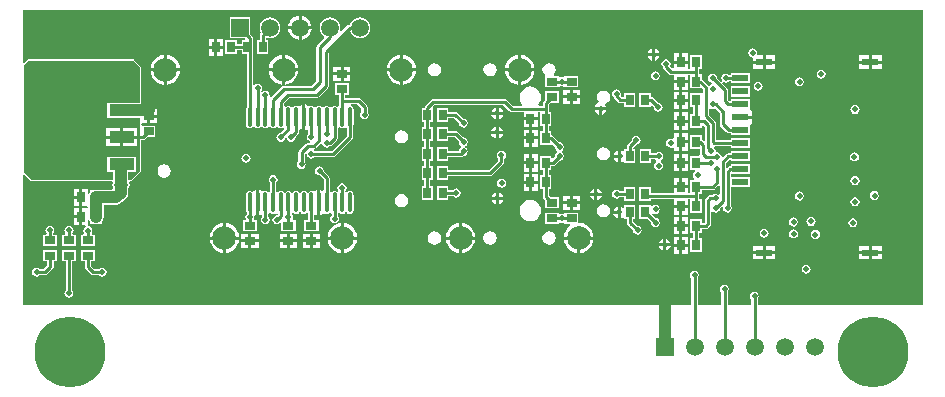
<source format=gbl>
%FSTAX23Y23*%
%MOIN*%
%SFA1B1*%

%IPPOS*%
%ADD10C,0.009840*%
%ADD16R,0.027560X0.037400*%
%ADD21R,0.037400X0.027560*%
%ADD37C,0.039370*%
%ADD39C,0.078740*%
%ADD40R,0.059060X0.059060*%
%ADD41C,0.059060*%
%ADD42C,0.236220*%
%ADD43C,0.019680*%
%ADD44C,0.047240*%
%ADD45C,0.027560*%
%ADD46R,0.084650X0.127950*%
%ADD47R,0.084650X0.039370*%
%ADD48O,0.015750X0.064960*%
%ADD49R,0.055120X0.024410*%
%ADD50R,0.132000X0.186320*%
%ADD51R,0.233980X0.284000*%
%ADD52R,0.120000X0.262670*%
%ADD53R,0.042560X0.278980*%
%ADD54R,0.340000X0.134510*%
%LNboard-1*%
%LPD*%
G36*
X02575Y0512D02*
Y05D01*
X02515*
X02512Y05*
X02467*
Y0495*
X02512*
X02515Y0495*
X02575*
Y04772*
X02545Y04742*
X02538*
Y04769*
X02562*
Y04819*
X02517*
X02515Y04819*
X02512Y04819*
X02467*
Y04769*
X02488*
Y04742*
X02217*
X0219Y0477*
Y04857*
X02194Y0486*
X02195Y04859*
X02199Y04858*
Y04881*
Y04905*
X02195Y04904*
X02194Y04903*
X0219Y04905*
Y05015*
X02194Y05017*
X02195Y05016*
X02199Y05016*
Y05039*
Y05062*
X02195Y05061*
X02194Y05061*
X0219Y05063*
Y05125*
X02205Y0514*
X02225*
X02226Y05137*
X02226Y05135*
X02221Y05127*
X0222Y05123*
X02267*
X02266Y05127*
X02261Y05135*
X02261Y05137*
X02262Y0514*
X02304*
X02304Y05137*
X02305Y05135*
X023Y05127*
X02299Y05123*
X02346*
X02345Y05127*
X0234Y05135*
X0234Y05137*
X02341Y0514*
X02382*
X02383Y05137*
X02384Y05135*
X02379Y05127*
X02378Y05123*
X02424*
X02423Y05127*
X02418Y05135*
X02419Y05137*
X0242Y0514*
X02461*
X02462Y05137*
X02463Y05135*
X02457Y05127*
X02457Y05123*
X02503*
X02502Y05127*
X02497Y05135*
X02498Y05137*
X02498Y0514*
X02555*
X02575Y0512*
G37*
G36*
X05185Y04325D02*
X04635D01*
Y04342*
X04635Y04343*
X04638Y04348*
X0464Y04354*
X04638Y04359*
X04635Y04364*
X0463Y04367*
X04625Y04369*
X04619Y04367*
X04614Y04364*
X04611Y04359*
X04609Y04354*
X04611Y04348*
X04614Y04343*
X04614Y04342*
Y04325*
X04535*
Y04367*
X04535Y04368*
X04538Y04373*
X0454Y04379*
X04538Y04384*
X04535Y04389*
X0453Y04392*
X04525Y04394*
X04519Y04392*
X04514Y04389*
X04511Y04384*
X04509Y04379*
X04511Y04373*
X04514Y04368*
X04514Y04367*
Y04325*
X04435*
Y04415*
X04435Y04415*
X04438Y0442*
X0444Y04426*
X04438Y04431*
X04435Y04436*
X0443Y0444*
X04425Y04441*
X04419Y0444*
X04414Y04436*
X04411Y04431*
X04409Y04426*
X04411Y0442*
X04414Y04415*
X04414Y04415*
Y04325*
X02185*
Y0476*
X0219Y04762*
X02213Y04739*
X02217Y04737*
X02482*
X02485Y04733*
X02485Y04732*
X02484Y04725*
X02485Y04717*
X02486Y04715*
X02483Y0471*
X0243*
X02423Y04708*
X02411*
Y04701*
X02408Y04695*
X02403Y04697*
Y04713*
X02384*
Y04685*
Y04656*
X02401*
X02403Y04652*
X02401Y04649*
X02384*
Y0462*
Y04591*
X02394*
X02395Y04586*
X02392Y04584*
X02389Y04579*
X02387Y04573*
X02389Y04568*
X0239Y04565*
X02388Y0456*
X02379*
Y04522*
X02426*
Y0456*
X02417*
X02415Y04565*
X02416Y04568*
X02418Y04573*
X02416Y04579*
X02413Y04584*
X02408Y04587*
X02406Y04588*
X02403Y04591*
Y04593*
Y04608*
X02408Y04609*
X02411Y04604*
Y04596*
X02423*
X0243Y04595*
X02437Y04596*
X02449*
Y04604*
X02453Y0461*
X02455Y0462*
Y04659*
X02498*
X02507Y04661*
X02516Y04667*
X02531Y04682*
X02536Y0469*
X02538Y047*
Y0471*
X02541Y04717*
X02542Y04725*
X02541Y04732*
X0254Y04733*
X02543Y04737*
X02545*
X02548Y04739*
X02578Y04769*
X0258Y04772*
Y04874*
X02585*
X02589Y04875*
X02592Y04877*
X026Y04885*
X02628*
Y04923*
X02583*
X02581Y04928*
X02583Y04931*
X026*
Y04955*
Y04979*
X02576*
Y04956*
X02575Y04955*
X02567*
Y0497*
X02515*
Y0498*
X02567*
Y04995*
X02575*
X02578Y04996*
X0258Y05*
Y0512*
X02578Y05123*
X02558Y05143*
X02555Y05145*
X02215*
X02205*
X02201Y05143*
X0219Y05132*
X02185Y05134*
Y0531*
X05185*
Y04325*
G37*
%LNboard-2*%
%LPC*%
G36*
X02503Y05113D02*
X02485D01*
Y05094*
X02489Y05095*
X02497Y051*
X02502Y05108*
X02503Y05113*
G37*
G36*
X02475D02*
X02457D01*
X02457Y05108*
X02463Y051*
X02471Y05095*
X02475Y05094*
Y05113*
G37*
G36*
X02424D02*
X02406D01*
Y05094*
X0241Y05095*
X02418Y051*
X02423Y05108*
X02424Y05113*
G37*
G36*
X02396D02*
X02378D01*
X02379Y05108*
X02384Y051*
X02392Y05095*
X02396Y05094*
Y05113*
G37*
G36*
X02346D02*
X02327D01*
Y05094*
X02332Y05095*
X02339Y051*
X02345Y05108*
X02346Y05113*
G37*
G36*
X02317D02*
X02299D01*
X023Y05108*
X02305Y051*
X02313Y05095*
X02317Y05094*
Y05113*
G37*
G36*
X02267D02*
X02249D01*
Y05094*
X02253Y05095*
X02261Y051*
X02266Y05108*
X02267Y05113*
G37*
G36*
X02239D02*
X0222D01*
X02221Y05108*
X02226Y051*
X02234Y05095*
X02239Y05094*
Y05113*
G37*
G36*
X02524Y05062D02*
Y05044D01*
X02542*
X02542Y05048*
X02536Y05056*
X02528Y05061*
X02524Y05062*
G37*
G36*
X02514D02*
X0251Y05061D01*
X02502Y05056*
X02497Y05048*
X02496Y05044*
X02514*
Y05062*
G37*
G36*
X02445D02*
Y05044D01*
X02464*
X02463Y05048*
X02458Y05056*
X0245Y05061*
X02445Y05062*
G37*
G36*
X02435D02*
X02431Y05061D01*
X02423Y05056*
X02418Y05048*
X02417Y05044*
X02435*
Y05062*
G37*
G36*
X02367D02*
Y05044D01*
X02385*
X02384Y05048*
X02379Y05056*
X02371Y05061*
X02367Y05062*
G37*
G36*
X02357D02*
X02352Y05061D01*
X02345Y05056*
X02339Y05048*
X02338Y05044*
X02357*
Y05062*
G37*
G36*
X02288D02*
Y05044D01*
X02306*
X02305Y05048*
X023Y05056*
X02292Y05061*
X02288Y05062*
G37*
G36*
X02278D02*
X02274Y05061D01*
X02266Y05056*
X02261Y05048*
X0226Y05044*
X02278*
Y05062*
G37*
G36*
X02209D02*
Y05044D01*
X02227*
X02227Y05048*
X02221Y05056*
X02214Y05061*
X02209Y05062*
G37*
G36*
X02542Y05034D02*
X02524D01*
Y05016*
X02528Y05016*
X02536Y05022*
X02542Y0503*
X02542Y05034*
G37*
G36*
X02514D02*
X02496D01*
X02497Y0503*
X02502Y05022*
X0251Y05016*
X02514Y05016*
Y05034*
G37*
G36*
X02464D02*
X02445D01*
Y05016*
X0245Y05016*
X02458Y05022*
X02463Y0503*
X02464Y05034*
G37*
G36*
X02435D02*
X02417D01*
X02418Y0503*
X02423Y05022*
X02431Y05016*
X02435Y05016*
Y05034*
G37*
G36*
X02385D02*
X02367D01*
Y05016*
X02371Y05016*
X02379Y05022*
X02384Y0503*
X02385Y05034*
G37*
G36*
X02357D02*
X02338D01*
X02339Y0503*
X02345Y05022*
X02352Y05016*
X02357Y05016*
Y05034*
G37*
G36*
X02306D02*
X02288D01*
Y05016*
X02292Y05016*
X023Y05022*
X02305Y0503*
X02306Y05034*
G37*
G36*
X02278D02*
X0226D01*
X02261Y0503*
X02266Y05022*
X02274Y05016*
X02278Y05016*
Y05034*
G37*
G36*
X02227D02*
X02209D01*
Y05016*
X02214Y05016*
X02221Y05022*
X02227Y0503*
X02227Y05034*
G37*
G36*
X02406Y04983D02*
Y04965D01*
X02424*
X02423Y04969*
X02418Y04977*
X0241Y04983*
X02406Y04983*
G37*
G36*
X02396D02*
X02392Y04983D01*
X02384Y04977*
X02379Y04969*
X02378Y04965*
X02396*
Y04983*
G37*
G36*
X02424Y04955D02*
X02406D01*
Y04937*
X0241Y04938*
X02418Y04943*
X02423Y04951*
X02424Y04955*
G37*
G36*
X02396D02*
X02378D01*
X02379Y04951*
X02384Y04943*
X02392Y04938*
X02396Y04937*
Y04955*
G37*
G36*
X02567Y04914D02*
X0252D01*
Y0489*
X02567*
Y04914*
G37*
G36*
X0251D02*
X02462D01*
Y0489*
X0251*
Y04914*
G37*
G36*
X02337Y04958D02*
X02289D01*
Y0489*
X02337*
Y04958*
G37*
G36*
X02279D02*
X02232D01*
Y04889*
X02227Y04888*
X02227Y04891*
X02221Y04899*
X02214Y04904*
X02209Y04905*
Y04881*
Y04858*
X02214Y04859*
X02221Y04864*
X02227Y04872*
X02227Y04874*
X02232Y04874*
Y04811*
X02279*
Y04885*
Y04958*
G37*
G36*
X02567Y0488D02*
X0252D01*
Y04855*
X02567*
Y0488*
G37*
G36*
X0251D02*
X02462D01*
Y04855*
X0251*
Y0488*
G37*
G36*
X02337D02*
X02289D01*
Y04811*
X02337*
Y0488*
G37*
G36*
X02406Y04826D02*
Y04808D01*
X02424*
X02423Y04812*
X02418Y0482*
X0241Y04825*
X02406Y04826*
G37*
G36*
X02396D02*
X02392Y04825D01*
X02384Y0482*
X02379Y04812*
X02378Y04808*
X02396*
Y04826*
G37*
G36*
X02424Y04798D02*
X02406D01*
Y04779*
X0241Y0478*
X02418Y04786*
X02423Y04793*
X02424Y04798*
G37*
G36*
X02396D02*
X02378D01*
X02379Y04793*
X02384Y04786*
X02392Y0478*
X02396Y04779*
Y04798*
G37*
G36*
X03115Y05289D02*
Y05255D01*
X03149*
X03148Y0526*
X03144Y05269*
X03138Y05278*
X03129Y05284*
X0312Y05288*
X03115Y05289*
G37*
G36*
X03105D02*
X03099Y05288D01*
X0309Y05284*
X03081Y05278*
X03075Y05269*
X03071Y0526*
X0307Y05255*
X03105*
Y05289*
G37*
G36*
X0331Y05284D02*
X033Y05283D01*
X03292Y0528*
X03285Y05274*
X03279Y05267*
X03276Y0526*
X03275*
X03271Y05259*
X03267Y05257*
X03247Y05236*
X03242Y05239*
X03243Y0524*
X03244Y0525*
X03243Y05259*
X0324Y05267*
X03234Y05274*
X03227Y0528*
X03219Y05283*
X0321Y05284*
X032Y05283*
X03192Y0528*
X03185Y05274*
X03179Y05267*
X03176Y05259*
X03175Y0525*
X03176Y0524*
X03179Y05232*
X03185Y05225*
X0319Y05221*
X03191Y05215*
X03167Y05192*
X03165Y05188*
X03164Y05185*
Y05071*
X03148Y05055*
X03055*
X03051Y05054*
X03047Y05052*
X03016Y0502*
X03012Y05017*
X03012Y05017*
X03009Y05021*
X03009Y05025*
X03008Y0503*
X03005Y05035*
X03Y05038*
X02994Y0504*
X02989Y05038*
X02984Y05035*
X02981Y0504*
X02983Y05042*
X02984Y05048*
X02983Y05054*
X02979Y05059*
X02975Y05062*
X02969Y05063*
X02963Y05062*
X02958Y05059*
X02957Y05059*
X02953Y05061*
Y05216*
X02953Y0522*
X0295Y05223*
X02944Y05229*
Y05284*
X02875*
Y05215*
X02927*
X02928Y05213*
X02926Y05208*
X02915*
Y05195*
X02899*
Y05208*
X02861*
Y05161*
X02899*
Y05174*
X02915*
Y05161*
X02933*
Y04985*
X02931Y04982*
X0293Y04977*
Y04928*
X02931Y04923*
X02934Y04918*
X02938Y04915*
X02943Y04914*
X02948Y04915*
X02952Y04918*
X02953Y04919*
X02959*
X02959Y04918*
X02964Y04915*
X02969Y04914*
X02974Y04915*
X02978Y04918*
X02979Y04919*
X02985*
X02985Y04918*
X02989Y04915*
X02994Y04914*
X02999Y04915*
X03004Y04918*
X03004Y04919*
X0301*
X03011Y04918*
X03015Y04915*
X0302Y04914*
X03025Y04915*
X03029Y04918*
X0303Y04919*
X03036*
X03036Y04918*
X03041Y04915*
X03046Y04914*
X03051Y04915*
X03055Y04918*
X03058Y04917*
X03058Y04912*
X03046Y04899*
X03046Y04899*
X0304Y04898*
X03035Y04895*
X03032Y0489*
X0303Y04884*
X03032Y04879*
X03035Y04874*
X0304Y0487*
X03046Y04869*
X03051Y0487*
X03056Y04874*
X0306Y04879*
X0306Y04881*
X03065*
X03066Y04879*
X03069Y04874*
X03074Y0487*
X0308Y04869*
X03085Y0487*
X0309Y04874*
X03093Y04879*
X03095Y04884*
X03095Y04885*
X03104Y04894*
X03106Y04898*
X03107Y04902*
Y0491*
X03112Y04913*
X03115Y04911*
X03117Y0491*
Y04952*
Y04994*
X03115Y04994*
X03109Y0499*
X03109Y0499*
X03103Y04988*
X03102Y04989*
X03097Y0499*
X03092Y04989*
X03087Y04986*
X03087Y04985*
X03081*
X0308Y04986*
X03076Y04989*
X03071Y0499*
X03066Y04989*
X03062Y04986*
X03057Y04988*
X03056Y04989*
Y04997*
X03073Y05014*
X03165*
X03168Y05015*
X03172Y05017*
X03202Y05047*
X03204Y05051*
X03205Y05055*
Y05165*
X03274Y05235*
X03279Y05234*
X03279Y05232*
X03285Y05225*
X03292Y05219*
X033Y05216*
X0331Y05215*
X03319Y05216*
X03327Y05219*
X03334Y05225*
X0334Y05232*
X03343Y0524*
X03344Y0525*
X03343Y05259*
X0334Y05267*
X03334Y05274*
X03327Y0528*
X03319Y05283*
X0331Y05284*
G37*
G36*
X0301D02*
X03Y05283D01*
X02992Y0528*
X02985Y05274*
X02979Y05267*
X02976Y05259*
X02975Y0525*
X02976Y0524*
X02979Y05233*
X02978Y05232*
X02976Y05229*
X02975Y05225*
Y05208*
X02966*
Y05161*
X03004*
Y05208*
X02995*
Y05214*
X02999Y05216*
X03Y05216*
X0301Y05215*
X03019Y05216*
X03027Y05219*
X03034Y05225*
X0304Y05232*
X03043Y0524*
X03044Y0525*
X03043Y05259*
X0304Y05267*
X03034Y05274*
X03027Y0528*
X03019Y05283*
X0301Y05284*
G37*
G36*
X03149Y05245D02*
X03115D01*
Y0521*
X0312Y05211*
X03129Y05215*
X03138Y05221*
X03144Y0523*
X03148Y05239*
X03149Y05245*
G37*
G36*
X03105D02*
X0307D01*
X03071Y05239*
X03075Y0523*
X03081Y05221*
X0309Y05215*
X03099Y05211*
X03105Y0521*
Y05245*
G37*
G36*
X02853Y05213D02*
X02834D01*
Y0519*
X02853*
Y05213*
G37*
G36*
X02824D02*
X02805D01*
Y0519*
X02824*
Y05213*
G37*
G36*
X04294Y05179D02*
Y05165D01*
X04308*
X04307Y05167*
X04303Y05174*
X04296Y05178*
X04294Y05179*
G37*
G36*
X04284D02*
X04281Y05178D01*
X04274Y05174*
X0427Y05167*
X04269Y05165*
X04284*
Y05179*
G37*
G36*
X02853Y0518D02*
X02834D01*
Y05156*
X02853*
Y0518*
G37*
G36*
X02824D02*
X02805D01*
Y05156*
X02824*
Y0518*
G37*
G36*
X04403Y05164D02*
X04384D01*
Y0514*
X04403*
Y05164*
G37*
G36*
X04374D02*
X04355D01*
Y0514*
X04374*
Y05164*
G37*
G36*
X04694Y05157D02*
X04662D01*
Y0514*
X04694*
Y05157*
G37*
G36*
X04619Y05181D02*
X04613Y05179D01*
X04608Y05176*
X04605Y05171*
X04604Y05166*
X04605Y0516*
X04608Y05155*
X04613Y05152*
X04619Y0515*
X04619Y0515*
Y0514*
X04652*
Y05157*
X04637*
X04633Y05162*
X04634Y05166*
X04633Y05171*
X04629Y05176*
X04624Y05179*
X04619Y05181*
G37*
G36*
X05049Y05157D02*
X05016D01*
Y0514*
X05049*
Y05157*
G37*
G36*
X05006D02*
X04973D01*
Y0514*
X05006*
Y05157*
G37*
G36*
X04308Y05155D02*
X04294D01*
Y0514*
X04296Y05141*
X04303Y05145*
X04307Y05152*
X04308Y05155*
G37*
G36*
X04284D02*
X04269D01*
X0427Y05152*
X04274Y05145*
X04281Y05141*
X04284Y0514*
Y05155*
G37*
G36*
X03847Y05159D02*
Y05115D01*
X03891*
X0389Y05122*
X03885Y05134*
X03877Y05145*
X03867Y05153*
X03855Y05158*
X03847Y05159*
G37*
G36*
X03837D02*
X03829Y05158D01*
X03817Y05153*
X03807Y05145*
X03799Y05134*
X03794Y05122*
X03793Y05115*
X03837*
Y05159*
G37*
G36*
X03453D02*
Y05115D01*
X03497*
X03496Y05122*
X03491Y05134*
X03483Y05145*
X03473Y05153*
X03461Y05158*
X03453Y05159*
G37*
G36*
X03443D02*
X03435Y05158D01*
X03423Y05153*
X03413Y05145*
X03405Y05134*
X034Y05122*
X03399Y05115*
X03443*
Y05159*
G37*
G36*
X0306D02*
Y05115D01*
X03104*
X03103Y05122*
X03098Y05134*
X0309Y05145*
X03079Y05153*
X03067Y05158*
X0306Y05159*
G37*
G36*
X0305D02*
X03042Y05158D01*
X0303Y05153*
X03019Y05145*
X03011Y05134*
X03006Y05122*
X03005Y05115*
X0305*
Y05159*
G37*
G36*
X02666D02*
Y05115D01*
X0271*
X02709Y05122*
X02704Y05134*
X02696Y05145*
X02686Y05153*
X02674Y05158*
X02666Y05159*
G37*
G36*
X02656D02*
X02648Y05158D01*
X02636Y05153*
X02626Y05145*
X02618Y05134*
X02613Y05122*
X02612Y05115*
X02656*
Y05159*
G37*
G36*
X05049Y0513D02*
X05016D01*
Y05113*
X05049*
Y0513*
G37*
G36*
X05006D02*
X04973D01*
Y05113*
X05006*
Y0513*
G37*
G36*
X04694D02*
X04662D01*
Y05113*
X04694*
Y0513*
G37*
G36*
X04652D02*
X04619D01*
Y05113*
X04652*
Y0513*
G37*
G36*
X04449Y05159D02*
X04411D01*
Y05113*
X04403*
Y0513*
X04379*
X04355*
Y05114*
X0435Y05113*
X04342Y05121*
X04343Y05124*
X04345Y0513*
X04343Y05135*
X0434Y0514*
X04335Y05143*
X0433Y05145*
X04324Y05143*
X04319Y0514*
X04316Y05135*
X04314Y0513*
X04316Y05124*
X04319Y05119*
X0432Y05118*
X0432Y05116*
X04322Y05112*
X04339Y05096*
X04342Y05093*
X04346Y05093*
X04355*
Y05075*
X04379*
Y0507*
Y05075*
X04403*
Y05093*
X04411*
Y05047*
X04449*
X04452Y05043*
Y05035*
X04449Y05031*
X04411*
Y04984*
X0442*
Y04962*
X04411*
Y04914*
X04449*
Y04924*
X04454Y04926*
X04459Y0492*
Y04875*
X04455Y04873*
X04452Y04876*
X04449Y04878*
Y04892*
X04411*
Y04845*
X04444*
Y04829*
X04444Y04828*
X0444Y04823*
X04411*
Y04776*
X04425*
X04427Y04771*
X04424Y04769*
X04421Y04764*
X04419Y04758*
X04421Y04752*
X04423Y04748*
X04422Y04745*
X04421Y04743*
X04411*
Y04697*
X04403*
Y04715*
X04379*
X04355*
Y04697*
X04279*
Y04718*
X04241*
Y04671*
X04279*
Y04677*
X04355*
Y0466*
X04379*
X04403*
Y04677*
X04411*
Y04631*
X04449*
Y04678*
X0444*
Y04696*
X04449*
Y04709*
X04485*
X04489Y0471*
X04492Y04712*
X04504Y04725*
X04509Y04723*
Y04695*
X04507Y04694*
X04504Y04693*
X045Y04695*
X04495Y04696*
X04489Y04695*
X04484Y04692*
X04483Y04691*
X04478*
X04474Y04691*
X0447Y04689*
X04462Y0468*
X0446Y04677*
X04459Y04673*
Y04601*
X04458Y046*
X04449*
Y04613*
X04411*
Y04566*
X0442*
Y04548*
X04411*
Y04501*
X04449*
Y04548*
X0444*
Y04566*
X04449*
Y04579*
X04462*
X04466Y0458*
X0447Y04582*
X04477Y04589*
X04479Y04593*
X0448Y04597*
Y04635*
X04482Y04636*
X04485Y04637*
X04489Y04634*
X04495Y04633*
X045Y04634*
X04505Y04637*
X04509Y04642*
X0451Y04648*
X0451Y04649*
X04516Y04655*
X0452Y04652*
X04519Y04648*
X04521Y04642*
X04524Y04637*
X04529Y04634*
X04535Y04633*
X0454Y04634*
X04545Y04637*
X04548Y04642*
X0455Y04648*
X04548Y04654*
X04546Y04657*
Y04717*
X04611*
Y04752*
X04546*
Y04761*
X04611*
Y04795*
X04545*
Y04788*
X04544*
X0454Y04787*
X04537Y04785*
X04534Y04782*
X0453Y04784*
Y04799*
X0454Y0481*
X04545Y04808*
Y04804*
X04611*
Y04838*
X04545*
Y04831*
X04537*
X04534Y0483*
X0453Y04828*
X04519Y04817*
X04516Y04819*
X04515Y0482*
X04513Y04825*
X0451Y0483*
X04505Y04833*
X045Y04834*
X04499Y04834*
X04495Y04838*
X04495Y04839*
X04493Y04845*
X0449Y04849*
X04491Y04851*
X04492Y04854*
X04545*
Y04847*
X04611*
Y04882*
X04545*
Y04875*
X04495*
Y04933*
X04494Y04937*
X04492Y0494*
X04472Y0496*
Y04979*
X04477Y04981*
X04479Y0498*
X04485Y04979*
X0449Y0498*
X04493Y04982*
X04509Y04965*
Y04927*
X0451Y04923*
X04512Y0492*
X04531Y04901*
X04535Y04898*
X04539Y04898*
X04545*
Y04891*
X04611*
Y04924*
Y04925*
X04613Y04929*
X04616*
Y04946*
X04578*
Y04956*
X04616*
Y04973*
X04613*
X04611Y04977*
Y04978*
Y05012*
X04545*
Y05004*
X0454*
X04536Y05009*
Y05042*
X04535Y05046*
X04533Y05049*
X04517Y05065*
X0452Y05069*
X04523Y05067*
X04529Y05066*
X04535Y05067*
X04539Y0507*
X0454Y05071*
X04545*
Y05064*
X04611*
Y05098*
X04545*
Y05091*
X0454*
X04539Y05092*
X04535Y05095*
X04529Y05096*
X04523Y05095*
X04518Y05092*
X04515Y05087*
X04514Y05081*
X04515Y05075*
X04517Y05073*
X04513Y05069*
X045Y05082*
X04499Y05087*
X04496Y05092*
X04491Y05095*
X04485Y05096*
X04479Y05095*
X04474Y05092*
X04471Y05087*
X0447Y05081*
X04471Y05075*
X04474Y0507*
X04479Y05067*
X04483Y05066*
X04484Y05065*
X04481Y0506*
X04481Y0506*
X04479Y0506*
X04476Y05057*
X04474Y05056*
X0447Y05058*
X04469Y05059*
X04451Y05077*
X04449Y05079*
Y05094*
X0444*
Y05112*
X04449*
Y05159*
G37*
G36*
X03278Y0512D02*
X03255D01*
Y05101*
X03278*
Y0512*
G37*
G36*
X03245D02*
X03221D01*
Y05101*
X03245*
Y0512*
G37*
G36*
X03743Y05132D02*
X03735Y0513D01*
X03728Y05125*
X03723Y05118*
X03721Y0511*
X03723Y05101*
X03728Y05094*
X03735Y05089*
X03743Y05087*
X03752Y05089*
X03759Y05094*
X03764Y05101*
X03766Y0511*
X03764Y05118*
X03759Y05125*
X03752Y0513*
X03743Y05132*
G37*
G36*
X03558D02*
X0355Y0513D01*
X03543Y05125*
X03538Y05118*
X03536Y0511*
X03538Y05101*
X03543Y05094*
X0355Y05089*
X03558Y05087*
X03567Y05089*
X03574Y05094*
X03579Y05101*
X03581Y0511*
X03579Y05118*
X03574Y05125*
X03567Y0513*
X03558Y05132*
G37*
G36*
X04847Y0511D02*
X04841Y05109D01*
X04836Y05106*
X04833Y05101*
X04832Y05095*
X04833Y05089*
X04836Y05084*
X04841Y05081*
X04847Y0508*
X04853Y05081*
X04858Y05084*
X04861Y05089*
X04862Y05095*
X04861Y05101*
X04858Y05106*
X04853Y05109*
X04847Y0511*
G37*
G36*
X04295Y05105D02*
X04289Y05103D01*
X04284Y051*
X04281Y05095*
X04279Y0509*
X04281Y05084*
X04284Y05079*
X04289Y05076*
X04295Y05074*
X043Y05076*
X04305Y05079*
X04308Y05084*
X0431Y0509*
X04308Y05095*
X04305Y051*
X043Y05103*
X04295Y05105*
G37*
G36*
X03278Y05091D02*
X03255D01*
Y05073*
X03278*
Y05091*
G37*
G36*
X03245D02*
X03221D01*
Y05073*
X03245*
Y05091*
G37*
G36*
X03891Y05105D02*
X03847D01*
Y0506*
X03855Y05061*
X03867Y05066*
X03877Y05074*
X03885Y05085*
X0389Y05097*
X03891Y05105*
G37*
G36*
X03837D02*
X03793D01*
X03794Y05097*
X03799Y05085*
X03807Y05074*
X03817Y05066*
X03829Y05061*
X03837Y0506*
Y05105*
G37*
G36*
X03497D02*
X03453D01*
Y0506*
X03461Y05061*
X03473Y05066*
X03483Y05074*
X03491Y05085*
X03496Y05097*
X03497Y05105*
G37*
G36*
X03443D02*
X03399D01*
X034Y05097*
X03405Y05085*
X03413Y05074*
X03423Y05066*
X03435Y05061*
X03443Y0506*
Y05105*
G37*
G36*
X03104D02*
X0306D01*
Y0506*
X03067Y05061*
X03079Y05066*
X0309Y05074*
X03098Y05085*
X03103Y05097*
X03104Y05105*
G37*
G36*
X0305D02*
X03005D01*
X03006Y05097*
X03011Y05085*
X03019Y05074*
X0303Y05066*
X03042Y05061*
X0305Y0506*
Y05105*
G37*
G36*
X0271D02*
X02666D01*
Y0506*
X02674Y05061*
X02686Y05066*
X02696Y05074*
X02704Y05085*
X02709Y05097*
X0271Y05105*
G37*
G36*
X02656D02*
X02612D01*
X02613Y05097*
X02618Y05085*
X02626Y05074*
X02636Y05066*
X02648Y05061*
X02656Y0506*
Y05105*
G37*
G36*
X04775Y05085D02*
X04769Y05083D01*
X04764Y0508*
X04761Y05075*
X04759Y0507*
X04761Y05064*
X04764Y05059*
X04769Y05056*
X04775Y05054*
X0478Y05056*
X04785Y05059*
X04788Y05064*
X0479Y0507*
X04788Y05075*
X04785Y0508*
X0478Y05083*
X04775Y05085*
G37*
G36*
X0394Y05132D02*
X03932Y0513D01*
X03925Y05125*
X0392Y05118*
X03918Y0511*
X0392Y05101*
X03925Y05094*
X03925Y05094*
X03926Y05089*
Y05051*
X03973*
Y05053*
X03978Y05056*
X03983Y05055*
X03986Y05056*
X03991Y05052*
Y05051*
X04038*
Y05089*
X03991*
Y05088*
X03986Y05085*
X03983Y05085*
X03978Y05084*
X03973Y05087*
Y05089*
X03958*
X03956Y05094*
X03961Y05101*
X03962Y0511*
X03961Y05118*
X03956Y05125*
X03949Y0513*
X0394Y05132*
G37*
G36*
X04403Y05065D02*
X04384D01*
Y05042*
X04403*
Y05065*
G37*
G36*
X04374D02*
X04355D01*
Y05042*
X04374*
Y05065*
G37*
G36*
X04637Y0507D02*
X04631Y05068D01*
X04626Y05065*
X04623Y0506*
X04622Y05055*
X04623Y05049*
X04626Y05044*
X04631Y05041*
X04637Y05039*
X04643Y05041*
X04648Y05044*
X04651Y05049*
X04652Y05055*
X04651Y0506*
X04648Y05065*
X04643Y05068*
X04637Y0507*
G37*
G36*
X04043Y05043D02*
X0402D01*
Y05024*
X04043*
Y05043*
G37*
G36*
X0401D02*
X03986D01*
Y05024*
X0401*
Y05043*
G37*
G36*
X04611Y05055D02*
X04545D01*
Y0502*
X04611*
Y05055*
G37*
G36*
X04403Y05036D02*
X04384D01*
Y05012*
X04403*
Y05036*
G37*
G36*
X04374D02*
X04355D01*
Y05012*
X04374*
Y05036*
G37*
G36*
X04043Y05014D02*
X0402D01*
Y04995*
X04043*
Y05014*
G37*
G36*
X0401D02*
X03986D01*
Y04995*
X0401*
Y05014*
G37*
G36*
X03877Y05054D02*
X03868Y05053D01*
X03859Y05049*
X03852Y05043*
X03846Y05036*
X03843Y05027*
X03842Y05018*
X03843Y05009*
X03846Y05*
X03851Y04994*
X0385Y04989*
X0382*
X038Y05009*
X03796Y05011*
X03793Y05012*
X03554*
X0355Y05011*
X03546Y05009*
X03527Y04989*
X03525Y04986*
X03524Y04983*
X03515*
Y04936*
X03524*
Y04918*
X03515*
Y04871*
X03524*
Y04853*
X03515*
Y04806*
X03524*
Y04788*
X03515*
Y04741*
X03524*
Y04722*
X03515*
Y04675*
X03553*
Y04722*
X03544*
Y04741*
X03553*
Y04788*
X03544*
Y04806*
X03553*
Y04853*
X03544*
Y04871*
X03553*
Y04918*
X03544*
Y04936*
X03553*
Y04983*
X03554Y04988*
X03558Y04991*
X03788*
X03808Y04971*
X03812Y04969*
X03816Y04968*
X03855*
Y04951*
X03878*
X03902*
Y04968*
X03911*
Y04922*
X03919*
Y04905*
X03911*
Y04858*
X03948*
Y04858*
X03953Y0486*
X0396Y04853*
X03959Y04853*
X03961Y04847*
X03964Y04842*
X03967Y0484*
X03967Y04839*
Y04835*
X03967Y04834*
X03964Y04832*
X03961Y04827*
X03959Y04821*
X0396Y0482*
X03953Y04814*
X03948Y04816*
Y04822*
X03911*
Y04775*
X03919*
Y04758*
X03911*
Y04711*
X03919*
Y04686*
X0392Y04682*
X03922Y04678*
X03926Y04675*
Y04647*
X03973*
Y04684*
X03945*
X0394Y0469*
Y04711*
X03948*
Y04758*
X0394*
Y04775*
X03948*
Y04788*
X03952*
X03956Y04789*
X03959Y04791*
X03974Y04806*
X03975Y04806*
X0398Y04807*
X03985Y0481*
X03988Y04815*
X0399Y04821*
X03988Y04827*
X03985Y04832*
X03982Y04834*
X03982Y04835*
Y04839*
X03982Y0484*
X03985Y04842*
X03988Y04847*
X0399Y04853*
X03988Y04858*
X03985Y04863*
X0398Y04867*
X03975Y04868*
X03974Y04868*
X03953Y04889*
X03949Y04891*
X03948Y04891*
Y04905*
X0394*
Y04922*
X03948*
Y04969*
X0394*
Y04995*
X03945Y05*
X03973*
Y05038*
X03926*
Y0501*
X03922Y05006*
X0392Y05003*
X03919Y04999*
Y04989*
X03905*
X03903Y04994*
X03908Y05*
X03912Y05009*
X03913Y05018*
X03912Y05027*
X03908Y05036*
X03903Y05043*
X03895Y05049*
X03887Y05053*
X03877Y05054*
G37*
G36*
X04165Y05045D02*
X04159Y05043D01*
X04154Y0504*
X04151Y05035*
X04149Y0503*
X04151Y05024*
X04154Y05019*
X04155Y05018*
X04155Y05017*
X04157Y05014*
X04169Y05002*
X04172Y05*
X04176Y04999*
X0419*
Y04986*
X04228*
Y05033*
X0419*
Y0502*
X04182*
X04179Y05023*
X04179Y05024*
X0418Y0503*
X04178Y05035*
X04175Y0504*
X0417Y05043*
X04165Y05045*
G37*
G36*
X04121Y0504D02*
X04113Y05038D01*
X04106Y05034*
X04101Y05026*
X04099Y05018*
X04101Y05009*
X04105Y05004*
X04104Y04999*
X04103Y04998*
X04097Y04994*
X04093Y04987*
X04092Y04985*
X04131*
X0413Y04987*
X04127Y04992*
X04129Y04997*
X0413Y04997*
X04137Y05002*
X04142Y05009*
X04144Y05018*
X04142Y05026*
X04137Y05034*
X0413Y05038*
X04121Y0504*
G37*
G36*
X04403Y05002D02*
X04384D01*
Y04979*
X04403*
Y05002*
G37*
G36*
X04374D02*
X04355D01*
Y04979*
X04374*
Y05002*
G37*
G36*
X04279Y05033D02*
X04241D01*
Y04986*
X04279*
Y04988*
X04283Y0499*
X04289Y04985*
X04289Y04985*
X0429Y04979*
X04293Y04974*
X04298Y04971*
X04304Y04969*
X04309Y04971*
X04314Y04974*
X04318Y04979*
X04319Y04985*
X04318Y0499*
X04314Y04995*
X04309Y04998*
X04304Y05*
X04303Y05*
X04286Y05017*
X04283Y05019*
X04279Y0502*
Y05033*
G37*
G36*
X03772Y04983D02*
Y04969D01*
X03787*
X03786Y04971*
X03782Y04978*
X03775Y04982*
X03772Y04983*
G37*
G36*
X03762D02*
X0376Y04982D01*
X03753Y04978*
X03749Y04971*
X03748Y04969*
X03762*
Y04983*
G37*
G36*
X0496Y04992D02*
X04954Y04991D01*
X04949Y04987*
X04946Y04982*
X04944Y04977*
X04946Y04971*
X04949Y04966*
X04954Y04963*
X0496Y04961*
X04965Y04963*
X0497Y04966*
X04973Y04971*
X04975Y04977*
X04973Y04982*
X0497Y04987*
X04965Y04991*
X0496Y04992*
G37*
G36*
X04131Y04975D02*
X04117D01*
Y0496*
X04119Y04961*
X04126Y04965*
X0413Y04972*
X04131Y04975*
G37*
G36*
X04107D02*
X04092D01*
X04093Y04972*
X04097Y04965*
X04104Y04961*
X04107Y0496*
Y04975*
G37*
G36*
X02633Y04979D02*
X0261D01*
Y0496*
X02633*
Y04979*
G37*
G36*
X03273Y05064D02*
X03226D01*
Y05026*
X0324*
Y04989*
X03239Y04988*
X03234Y04986*
X0323Y04989*
X03225Y0499*
X0322Y04989*
X03215Y04986*
X03215Y04985*
X03209*
X03208Y04986*
X03204Y04989*
X03199Y0499*
X03194Y04989*
X0319Y04986*
X03189Y04985*
X03183*
X03183Y04986*
X03179Y04989*
X03173Y0499*
X03168Y04989*
X03164Y04986*
X03164Y04985*
X03158*
X03157Y04986*
X03153Y04989*
X03148Y0499*
X03143Y04989*
X03142Y04988*
X03135Y0499*
X03135Y0499*
X03129Y04994*
X03127Y04994*
Y04952*
Y0491*
X03129Y04911*
X03133Y04913*
X03138Y0491*
Y04896*
X03137Y04895*
X03134Y0489*
X03133Y04885*
X03134Y04879*
X03137Y04874*
X03142Y04871*
X03142Y0487*
X03141Y04866*
X03137*
X03133Y04865*
X03129Y04863*
X03107Y04841*
X03105Y04837*
X03104Y04834*
Y04805*
X03104Y04804*
X03101Y04799*
X03099Y04794*
X03101Y04788*
X03104Y04783*
X03109Y0478*
X03115Y04778*
X0312Y0478*
X03125Y04783*
X03128Y04788*
X0313Y04794*
X03128Y04799*
X03125Y04804*
X03125Y04805*
Y04829*
X03129Y04833*
X03133Y04831*
X03133Y04828*
X03134Y04822*
X03137Y04817*
X03142Y04814*
X03148Y04813*
X03154Y04814*
X03159Y04817*
X03159Y04818*
X0322*
X03224Y04819*
X03227Y04821*
X03283Y04877*
X03285Y0488*
X03286Y04884*
Y0492*
X03288Y04923*
X03289Y04928*
Y04977*
X03288Y04982*
X03285Y04986*
X03281Y04989*
X03279Y04989*
X03279Y04994*
X033*
X03314Y0498*
Y04971*
X03314Y0497*
X03311Y04965*
X03309Y0496*
X03311Y04954*
X03314Y04949*
X03319Y04946*
X03325Y04944*
X0333Y04946*
X03335Y04949*
X03338Y04954*
X0334Y0496*
X03338Y04965*
X03335Y0497*
X03335Y04971*
Y04985*
X03334Y04988*
X03332Y04992*
X03312Y05012*
X03308Y05014*
X03305Y05015*
X0326*
Y05026*
X03273*
Y05064*
G37*
G36*
X03787Y04959D02*
X03772D01*
Y04944*
X03775Y04945*
X03782Y04949*
X03786Y04956*
X03787Y04959*
G37*
G36*
X03762D02*
X03748D01*
X03749Y04956*
X03753Y04949*
X0376Y04945*
X03762Y04944*
Y04959*
G37*
G36*
X04403Y04967D02*
X04384D01*
Y04943*
X04403*
Y04967*
G37*
G36*
X04374D02*
X04355D01*
Y04943*
X04374*
Y04967*
G37*
G36*
X02633Y0495D02*
X0261D01*
Y04931*
X02633*
Y0495*
G37*
G36*
X04807Y04935D02*
X04804Y04934D01*
X04798Y0493*
X04794Y04923*
X04793Y04921*
X04788*
X04788Y04923*
X04783Y0493*
X04777Y04934*
X04774Y04935*
Y04916*
X04764*
Y04935*
X04761Y04934*
X04755Y0493*
X0475Y04923*
X0475Y04921*
X04745*
X04744Y04923*
X0474Y0493*
X04733Y04934*
X04731Y04935*
Y04916*
X04721*
Y04935*
X04718Y04934*
X04711Y0493*
X04707Y04923*
X04707Y04921*
X04701*
X04701Y04923*
X04697Y0493*
X0469Y04934*
X04687Y04935*
Y04916*
X04677*
Y04935*
X04675Y04934*
X04668Y0493*
X04664Y04923*
X04663Y04921*
X04658*
X04658Y04923*
X04653Y0493*
X04647Y04934*
X04644Y04935*
Y04916*
X04639*
Y04911*
X0462*
X0462Y04908*
X04625Y04901*
X04631Y04897*
X04633Y04897*
Y04891*
X04631Y04891*
X04625Y04887*
X0462Y0488*
X0462Y04877*
X04639*
Y04867*
X0462*
X0462Y04865*
X04625Y04858*
X04631Y04854*
X04633Y04853*
Y04848*
X04631Y04848*
X04625Y04843*
X0462Y04837*
X0462Y04834*
X04639*
Y04824*
X0462*
X0462Y04821*
X04625Y04815*
X04631Y0481*
X04633Y0481*
Y04805*
X04631Y04804*
X04625Y048*
X0462Y04793*
X0462Y04791*
X04639*
Y04781*
X0462*
X0462Y04778*
X04625Y04771*
X04631Y04767*
X04633Y04767*
Y04761*
X04631Y04761*
X04625Y04757*
X0462Y0475*
X0462Y04747*
X04639*
Y04742*
X04644*
Y04723*
X04647Y04724*
X04653Y04728*
X04658Y04735*
X04658Y04737*
X04663*
X04664Y04735*
X04668Y04728*
X04675Y04724*
X04677Y04723*
Y04742*
X04687*
Y04723*
X0469Y04724*
X04697Y04728*
X04701Y04735*
X04701Y04737*
X04707*
X04707Y04735*
X04711Y04728*
X04718Y04724*
X04721Y04723*
Y04742*
X04731*
Y04723*
X04733Y04724*
X0474Y04728*
X04744Y04735*
X04745Y04737*
X0475*
X0475Y04735*
X04755Y04728*
X04761Y04724*
X04764Y04723*
Y04742*
X04774*
Y04723*
X04777Y04724*
X04783Y04728*
X04788Y04735*
X04788Y04737*
X04793*
X04794Y04735*
X04798Y04728*
X04804Y04724*
X04807Y04723*
Y04742*
X04812*
Y04747*
X04831*
X04831Y0475*
X04827Y04757*
X0482Y04761*
X04818Y04761*
Y04767*
X0482Y04767*
X04827Y04771*
X04831Y04778*
X04831Y04781*
X04812*
Y04791*
X04831*
X04831Y04793*
X04827Y048*
X0482Y04804*
X04818Y04805*
Y0481*
X0482Y0481*
X04827Y04815*
X04831Y04821*
X04831Y04824*
X04812*
Y04834*
X04831*
X04831Y04837*
X04827Y04843*
X0482Y04848*
X04818Y04848*
Y04853*
X0482Y04854*
X04827Y04858*
X04831Y04865*
X04831Y04867*
X04812*
Y04877*
X04831*
X04831Y0488*
X04827Y04887*
X0482Y04891*
X04818Y04891*
Y04897*
X0482Y04897*
X04827Y04901*
X04831Y04908*
X04831Y04911*
X04812*
Y04916*
X04807*
Y04935*
G37*
G36*
X04817D02*
Y04921D01*
X04831*
X04831Y04923*
X04827Y0493*
X0482Y04934*
X04817Y04935*
G37*
G36*
X04634D02*
X04631Y04934D01*
X04625Y0493*
X0462Y04923*
X0462Y04921*
X04634*
Y04935*
G37*
G36*
X03902Y04941D02*
X03883D01*
Y04917*
X03902*
Y04941*
G37*
G36*
X03873D02*
X03855D01*
Y04917*
X03873*
Y04941*
G37*
G36*
X03604Y04983D02*
X03566D01*
Y04936*
X03604*
Y04949*
X03622*
X0364Y04932*
X03639Y04931*
X03641Y04926*
X03644Y04921*
X03649Y04917*
X03655Y04916*
X0366Y04917*
X03665Y04921*
X03668Y04926*
X0367Y04931*
X03668Y04937*
X03665Y04942*
X0366Y04945*
X03655Y04946*
X03654Y04946*
X03634Y04967*
X0363Y04969*
X03626Y0497*
X03604*
Y04983*
G37*
G36*
X04403Y04933D02*
X04384D01*
Y04909*
X04403*
Y04933*
G37*
G36*
X04374D02*
X04355D01*
Y04909*
X04374*
Y04933*
G37*
G36*
X03772Y0492D02*
Y04906D01*
X03786*
X03786Y04908*
X03781Y04915*
X03775Y04919*
X03772Y0492*
G37*
G36*
X03762D02*
X03759Y04919D01*
X03753Y04915*
X03748Y04908*
X03748Y04906*
X03762*
Y0492*
G37*
G36*
X03902Y0491D02*
X03883D01*
Y04887*
X03902*
Y0491*
G37*
G36*
X03873D02*
X03855D01*
Y04887*
X03873*
Y0491*
G37*
G36*
X03786Y04896D02*
X03772D01*
Y04881*
X03775Y04882*
X03781Y04886*
X03786Y04893*
X03786Y04896*
G37*
G36*
X03762D02*
X03748D01*
X03748Y04893*
X03753Y04886*
X03759Y04882*
X03762Y04881*
Y04896*
G37*
G36*
X04374Y04897D02*
X04355D01*
Y04881*
X04351Y04878*
X0435Y04879*
X04345Y0488*
X04339Y04879*
X04334Y04875*
X04331Y0487*
X04329Y04865*
X04331Y04859*
X04334Y04854*
X04339Y04851*
X04345Y04849*
X0435Y04851*
X04351Y04851*
X04355Y04848*
Y0484*
X04374*
Y04869*
Y04897*
G37*
G36*
X04403D02*
X04384D01*
Y04874*
X04403*
Y04897*
G37*
G36*
X03448Y04908D02*
X0344Y04906D01*
X03433Y04902*
X03428Y04894*
X03426Y04886*
X03428Y04877*
X03433Y0487*
X0344Y04865*
X03448Y04864*
X03457Y04865*
X03464Y0487*
X03469Y04877*
X0347Y04886*
X03469Y04894*
X03464Y04902*
X03457Y04906*
X03448Y04908*
G37*
G36*
X0423Y0489D02*
X04224Y04888D01*
X04219Y04885*
X04216Y0488*
X04214Y04875*
X04215Y04874*
X04202Y04862*
X042Y04858*
X04199Y04855*
Y04845*
X04191*
Y0484*
X04186Y04837*
X04182Y0484*
X0418Y0484*
Y04821*
Y04802*
X04182Y04802*
X04186Y04805*
X04191Y04802*
Y04797*
X04228*
Y04845*
X0422*
Y0485*
X04229Y0486*
X0423Y04859*
X04235Y04861*
X0424Y04864*
X04243Y04869*
X04245Y04875*
X04243Y0488*
X0424Y04885*
X04235Y04888*
X0423Y0489*
G37*
G36*
X03902Y04877D02*
X03883D01*
Y04853*
X03902*
Y04877*
G37*
G36*
X03873D02*
X03855D01*
Y04853*
X03873*
Y04877*
G37*
G36*
X04403Y04864D02*
X04384D01*
Y0484*
X04403*
Y04864*
G37*
G36*
X03604Y04918D02*
X03566D01*
Y04871*
X03604*
Y04884*
X03625*
X0364Y04869*
X03639Y04869*
X03641Y04863*
X03644Y04858*
X03647Y04856*
X03648Y04854*
Y04851*
X03647Y0485*
X03644Y04848*
X03641Y04843*
X0364Y0484*
X03604*
Y04853*
X03566*
Y04806*
X03604*
Y04819*
X03647*
X03651Y0482*
X03654Y04822*
X03655Y04822*
X0366Y04823*
X03665Y04826*
X03668Y04831*
X0367Y04837*
X03668Y04843*
X03665Y04848*
X03662Y0485*
X03661Y04851*
Y04854*
X03662Y04856*
X03665Y04858*
X03668Y04863*
X0367Y04869*
X03668Y04875*
X03665Y04879*
X0366Y04883*
X03655Y04884*
X03654Y04884*
X03636Y04902*
X03633Y04904*
X03629Y04905*
X03604*
Y04918*
G37*
G36*
X0417Y0484D02*
X04167Y0484D01*
X0416Y04835*
X04156Y04829*
X04155Y04826*
X0417*
Y0484*
G37*
G36*
X04121Y04851D02*
X04113Y04849D01*
X04106Y04845*
X04101Y04837*
X04099Y04829*
X04101Y04821*
X04106Y04813*
X04113Y04809*
X04121Y04807*
X0413Y04809*
X04137Y04813*
X04142Y04821*
X04144Y04829*
X04142Y04837*
X04137Y04845*
X0413Y04849*
X04121Y04851*
G37*
G36*
X04403Y04828D02*
X04384D01*
Y04805*
X04403*
Y04828*
G37*
G36*
X04374D02*
X04355D01*
Y04805*
X04374*
Y04828*
G37*
G36*
X04958Y04834D02*
X04952Y04833D01*
X04947Y0483*
X04944Y04825*
X04943Y04819*
X04944Y04813*
X04947Y04808*
X04952Y04805*
X04958Y04804*
X04964Y04805*
X04969Y04808*
X04972Y04813*
X04973Y04819*
X04972Y04825*
X04969Y0483*
X04964Y04833*
X04958Y04834*
G37*
G36*
X03902Y04827D02*
X03883D01*
Y04804*
X03902*
Y04827*
G37*
G36*
X03873D02*
X03855D01*
Y04804*
X03873*
Y04827*
G37*
G36*
X0417Y04816D02*
X04155D01*
X04156Y04813*
X0416Y04807*
X04167Y04802*
X0417Y04802*
Y04816*
G37*
G36*
X0293Y0483D02*
X02924Y04828D01*
X02919Y04825*
X02916Y0482*
X02914Y04815*
X02916Y04809*
X02919Y04804*
X02924Y04801*
X0293Y04799*
X02935Y04801*
X0294Y04804*
X02943Y04809*
X02945Y04815*
X02943Y0482*
X0294Y04825*
X02935Y04828*
X0293Y0483*
G37*
G36*
X03781Y04839D02*
X03775Y04838D01*
X0377Y04835*
X03767Y0483*
X03766Y04824*
X03767Y04818*
X0377Y04813*
X03771Y04813*
Y04806*
X03739Y04775*
X03604*
Y04788*
X03566*
Y04741*
X03604*
Y04754*
X03744*
X03747Y04755*
X03751Y04757*
X03788Y04795*
X0379Y04798*
X03791Y04802*
Y04813*
X03792Y04813*
X03795Y04818*
X03796Y04824*
X03795Y0483*
X03792Y04835*
X03787Y04838*
X03781Y04839*
G37*
G36*
X04279Y04845D02*
X04242D01*
Y04797*
X04279*
Y04811*
X04294*
X04295Y0481*
X04298Y04808*
X04298Y04807*
Y04803*
X04298Y04803*
X04295Y048*
X04291Y04795*
X0429Y0479*
X04291Y04784*
X04295Y04779*
X043Y04776*
X04305Y04774*
X04311Y04776*
X04316Y04779*
X04319Y04784*
X0432Y0479*
X04319Y04795*
X04316Y048*
X04313Y04803*
X04312Y04803*
Y04807*
X04313Y04808*
X04316Y0481*
X04319Y04815*
X0432Y04821*
X04319Y04827*
X04316Y04832*
X04311Y04835*
X04305Y04836*
X043Y04835*
X04295Y04832*
X04294Y04831*
X04279*
Y04845*
G37*
G36*
X04403Y04795D02*
X04384D01*
Y04771*
X04403*
Y04795*
G37*
G36*
X04374D02*
X04355D01*
Y04771*
X04374*
Y04795*
G37*
G36*
X03902Y04794D02*
X03883D01*
Y0477*
X03902*
Y04794*
G37*
G36*
X03873D02*
X03855D01*
Y0477*
X03873*
Y04794*
G37*
G36*
X02657Y04794D02*
X02648Y04792D01*
X02641Y04787*
X02636Y0478*
X02635Y04772*
X02636Y04763*
X02641Y04756*
X02648Y04751*
X02657Y0475*
X02665Y04751*
X02673Y04756*
X02677Y04763*
X02679Y04772*
X02677Y0478*
X02673Y04787*
X02665Y04792*
X02657Y04794*
G37*
G36*
X03902Y04763D02*
X03883D01*
Y0474*
X03902*
Y04763*
G37*
G36*
X03873D02*
X03855D01*
Y0474*
X03873*
Y04763*
G37*
G36*
X0496Y04756D02*
X04954Y04754D01*
X04949Y04751*
X04946Y04746*
X04944Y0474*
X04946Y04735*
X04949Y0473*
X04954Y04726*
X0496Y04725*
X04965Y04726*
X0497Y0473*
X04973Y04735*
X04975Y0474*
X04973Y04746*
X0497Y04751*
X04965Y04754*
X0496Y04756*
G37*
G36*
X04403Y04748D02*
X04384D01*
Y04725*
X04403*
Y04748*
G37*
G36*
X04374D02*
X04355D01*
Y04725*
X04374*
Y04748*
G37*
G36*
X04831Y04737D02*
X04817D01*
Y04723*
X0482Y04724*
X04827Y04728*
X04831Y04735*
X04831Y04737*
G37*
G36*
X04634D02*
X0462D01*
X0462Y04735*
X04625Y04728*
X04631Y04724*
X04634Y04723*
Y04737*
G37*
G36*
X03782Y04746D02*
X03776Y04744D01*
X03771Y04741*
X03768Y04736*
X03766Y04731*
X03768Y04725*
X03771Y0472*
X03776Y04717*
X03782Y04715*
X03787Y04717*
X03792Y0472*
X03795Y04725*
X03797Y04731*
X03795Y04736*
X03792Y04741*
X03787Y04744*
X03782Y04746*
G37*
G36*
X03175Y04787D02*
X03169Y04786D01*
X03164Y04782*
X03161Y04778*
X03159Y04772*
X03161Y04766*
X03164Y04761*
X03169Y04758*
X03175Y04757*
X03175Y04757*
X03189Y04743*
Y04709*
X03184Y04706*
X0318Y04708*
X03178Y04709*
Y04667*
Y04625*
X0318Y04625*
X03186Y04629*
X03187Y0463*
X03193Y04631*
X03194Y0463*
X03199Y04629*
X03204Y0463*
X03208Y04633*
X03213Y04631*
X03215Y0463*
Y04624*
X03214Y04623*
X03211Y04618*
X0321Y04612*
X03211Y04607*
X03214Y04602*
X03219Y04598*
X03225Y04597*
X0323Y04598*
X03231Y04593*
X03226Y04592*
X03216Y04584*
X03208Y04573*
X03203Y04561*
X03202Y04553*
X03246*
Y04598*
X03238Y04597*
X03234Y04595*
X03231Y04599*
X03235Y04602*
X03239Y04607*
X0324Y04612*
X03239Y04618*
X03235Y04623*
X03235Y04624*
Y0463*
X03236Y04631*
X03241Y04633*
X03245Y0463*
X0325Y04629*
X03255Y0463*
X0326Y04633*
X0326Y04634*
X03266*
X03267Y04633*
X03271Y0463*
X03276Y04629*
X03281Y0463*
X03285Y04633*
X03288Y04637*
X03289Y04642*
Y04691*
X03288Y04696*
X03285Y04701*
X03281Y04704*
X03276Y04705*
X03271Y04704*
X03267Y04701*
X03262Y04702*
X03261Y04703*
X0326Y04705*
X03263Y0471*
X03265Y04716*
X03263Y04721*
X0326Y04726*
X03255Y04729*
X0325Y04731*
X03244Y04729*
X03239Y04726*
X03236Y04721*
X03234Y04716*
X03236Y0471*
X03238Y04706*
X03237Y04704*
X03237Y04704*
X03232Y04702*
X03232Y04702*
X0323Y04704*
X03225Y04705*
X0322Y04704*
X03215Y04701*
X03211Y04703*
X03209Y04704*
Y04747*
X03208Y04751*
X03206Y04754*
X0319Y04771*
X0319Y04772*
X03188Y04778*
X03185Y04782*
X0318Y04786*
X03175Y04787*
G37*
G36*
X03902Y0473D02*
X03883D01*
Y04706*
X03902*
Y0473*
G37*
G36*
X03873D02*
X03855D01*
Y04706*
X03873*
Y0473*
G37*
G36*
X04228Y04718D02*
X0419D01*
Y04705*
X04176*
X04175Y04705*
X0417Y04708*
X04165Y0471*
X04159Y04708*
X04154Y04705*
X04151Y047*
X04149Y04695*
X04151Y04689*
X04154Y04684*
X04159Y04681*
X04165Y04679*
X0417Y04681*
X04175Y04684*
X04176Y04684*
X0419*
Y04671*
X04228*
Y04718*
G37*
G36*
X02964Y04709D02*
X02962Y04708D01*
X02956Y04704*
X02956Y04704*
X02949Y04703*
X02948Y04704*
X02943Y04705*
X02938Y04704*
X02934Y04701*
X02931Y04696*
X0293Y04691*
Y04642*
X02931Y04637*
X02932Y04635*
X02932Y0463*
X02929Y04625*
X02928Y0462*
X02929Y04614*
X02929Y04613*
X02927Y04609*
X02919*
Y04571*
X02967*
Y04609*
X0296*
X02957Y04613*
X02957Y04614*
X02958Y0462*
X02958Y04622*
X0296Y04624*
X02962Y04625*
X02964Y04625*
Y04667*
Y04709*
G37*
G36*
X0302Y04758D02*
X03014Y04757D01*
X03009Y04753*
X03006Y04749*
X03005Y04743*
X03006Y04737*
X03009Y04732*
X0301Y04732*
Y04704*
X03008Y04703*
X03004Y04701*
X02999Y04704*
X02994Y04705*
X02989Y04704*
X02989Y04703*
X02982Y04704*
X02982Y04704*
X02976Y04708*
X02974Y04709*
Y04667*
Y04625*
X02976Y04625*
X02979Y04628*
X02984Y04625*
X02984Y0462*
X02984Y0462*
X0298Y04615*
X02979Y0461*
X0298Y04604*
X02984Y04599*
X02989Y04596*
X02994Y04594*
X03Y04596*
X03005Y04599*
X03008Y04604*
X03009Y0461*
X03008Y04615*
X03005Y0462*
X03004Y04621*
Y0463*
X03006Y04631*
X03011Y04633*
X03015Y0463*
X0302Y04629*
X03025Y0463*
X03029Y04633*
X03034Y04631*
X03035Y0463*
X03035Y04629*
X03033Y04625*
X03027Y04623*
X03022Y0462*
X03019Y04615*
X03017Y0461*
X03019Y04604*
X03022Y04599*
X03027Y04596*
X03033Y04594*
X03038Y04596*
X03042Y04598*
X03045Y04597*
X03047Y04596*
Y04571*
X03095*
Y04609*
X03088*
X03085Y04613*
X03085Y04614*
X03086Y0462*
X03085Y04625*
X03083Y04629*
Y04629*
X03083Y0463*
X03084Y04631*
X03088Y04632*
X03092Y0463*
X03097Y04629*
X03102Y0463*
X03106Y04633*
X03106Y04634*
X03113*
X03113Y04633*
X03117Y0463*
X03122Y04629*
X03127Y0463*
X03132Y04633*
X03136Y04631*
X03138Y0463*
Y04609*
X03124*
Y04571*
X03172*
Y04609*
X03158*
Y04625*
X03163Y04628*
X03167Y04625*
X03168Y04625*
Y04667*
Y04709*
X03167Y04708*
X03161Y04704*
X0316Y04704*
X03154Y04703*
X03153Y04704*
X03148Y04705*
X03143Y04704*
X03139Y04701*
X03138Y047*
X03132*
X03132Y04701*
X03127Y04704*
X03122Y04705*
X03117Y04704*
X03113Y04701*
X03113Y047*
X03106*
X03106Y04701*
X03102Y04704*
X03097Y04705*
X03092Y04704*
X03087Y04701*
X03087Y047*
X03081*
X0308Y04701*
X03076Y04704*
X03071Y04705*
X03066Y04704*
X03062Y04701*
X03061Y047*
X03055*
X03055Y04701*
X03051Y04704*
X03046Y04705*
X03041Y04704*
X03036Y04701*
X03032Y04703*
X0303Y04704*
Y04732*
X03031Y04732*
X03034Y04737*
X03035Y04743*
X03034Y04749*
X03031Y04753*
X03026Y04757*
X0302Y04758*
G37*
G36*
X04101Y04714D02*
Y047D01*
X04116*
X04115Y04702*
X04111Y04709*
X04104Y04713*
X04101Y04714*
G37*
G36*
X04091D02*
X04089Y04713D01*
X04082Y04709*
X04078Y04702*
X04077Y047*
X04091*
Y04714*
G37*
G36*
X02374Y04713D02*
X02355D01*
Y0469*
X02374*
Y04713*
G37*
G36*
X03773Y047D02*
Y04686D01*
X03787*
X03787Y04688*
X03783Y04695*
X03776Y04699*
X03773Y047*
G37*
G36*
X03763D02*
X0376Y04699D01*
X03754Y04695*
X0375Y04688*
X03749Y04686*
X03763*
Y047*
G37*
G36*
X03604Y04722D02*
X03566D01*
Y04675*
X03604*
Y04688*
X03619*
X0362Y04688*
X03625Y04685*
X03631Y04683*
X03636Y04685*
X03641Y04688*
X03644Y04693*
X03646Y04699*
X03644Y04704*
X03641Y04709*
X03636Y04712*
X03631Y04714*
X03625Y04712*
X0362Y04709*
X03619Y04709*
X03604*
Y04722*
G37*
G36*
X04116Y0469D02*
X04101D01*
Y04675*
X04104Y04676*
X04111Y0468*
X04115Y04687*
X04116Y0469*
G37*
G36*
X04091D02*
X04077D01*
X04078Y04687*
X04082Y0468*
X04089Y04676*
X04091Y04675*
Y0469*
G37*
G36*
X05025Y04705D02*
X05019Y04704D01*
X05014Y04701*
X05011Y04696*
X05009Y0469*
X05011Y04684*
X05014Y04679*
X05019Y04676*
X05025Y04675*
X0503Y04676*
X05035Y04679*
X05038Y04684*
X0504Y0469*
X05038Y04696*
X05035Y04701*
X0503Y04704*
X05025Y04705*
G37*
G36*
X04775Y04704D02*
X04769Y04702D01*
X04764Y04699*
X04761Y04694*
X04759Y04689*
X04761Y04683*
X04764Y04678*
X04769Y04675*
X04775Y04673*
X0478Y04675*
X04785Y04678*
X04788Y04683*
X0479Y04689*
X04788Y04694*
X04785Y04699*
X0478Y04702*
X04775Y04704*
G37*
G36*
X04043Y04689D02*
X0402D01*
Y04671*
X04043*
Y04689*
G37*
G36*
X0401D02*
X03986D01*
Y04671*
X0401*
Y04689*
G37*
G36*
X03787Y04676D02*
X03773D01*
Y04661*
X03776Y04662*
X03783Y04666*
X03787Y04673*
X03787Y04676*
G37*
G36*
X03763D02*
X03749D01*
X0375Y04673*
X03754Y04666*
X0376Y04662*
X03763Y04661*
Y04676*
G37*
G36*
X02374Y0468D02*
X02355D01*
Y04656*
X02374*
Y0468*
G37*
G36*
X04295Y04659D02*
X04289Y04658D01*
X04284Y04655*
X04279Y04656*
Y04658*
X04241*
Y04611*
X04269*
X0428Y04601*
X04279Y046*
X04281Y04594*
X04284Y04589*
X04289Y04586*
X04295Y04585*
X043Y04586*
X04305Y04589*
X04308Y04594*
X0431Y046*
X04308Y04606*
X04305Y04611*
X043Y04614*
X04295Y04615*
X04294Y04615*
X04282Y04627*
X04282Y04628*
X04288Y04631*
X04289Y0463*
X04295Y04629*
X043Y0463*
X04305Y04633*
X04308Y04638*
X0431Y04644*
X04308Y0465*
X04305Y04655*
X043Y04658*
X04295Y04659*
G37*
G36*
X0496Y04685D02*
X04954Y04683D01*
X04949Y0468*
X04946Y04675*
X04944Y0467*
X04946Y04664*
X04949Y04659*
X04954Y04656*
X0496Y04654*
X04965Y04656*
X0497Y04659*
X04973Y04664*
X04975Y0467*
X04973Y04675*
X0497Y0468*
X04965Y04683*
X0496Y04685*
G37*
G36*
X03448Y04695D02*
X0344Y04694D01*
X03433Y04689*
X03428Y04682*
X03426Y04673*
X03428Y04665*
X03433Y04658*
X0344Y04653*
X03448Y04651*
X03457Y04653*
X03464Y04658*
X03469Y04665*
X0347Y04673*
X03469Y04682*
X03464Y04689*
X03457Y04694*
X03448Y04695*
G37*
G36*
X04228Y04658D02*
X0419D01*
Y04652*
X04185Y0465*
X04181Y04652*
X04179Y04653*
Y04634*
Y04614*
X04181Y04615*
X04185Y04617*
X0419Y04615*
Y04611*
X04199*
Y046*
X042Y04596*
X04202Y04593*
X0422Y04575*
X04219Y04575*
X04221Y04569*
X04224Y04564*
X04229Y04561*
X04235Y04559*
X0424Y04561*
X04245Y04564*
X04248Y04569*
X0425Y04575*
X04248Y0458*
X04245Y04585*
X0424Y04588*
X04235Y0459*
X04234Y0459*
X04219Y04604*
Y04611*
X04228*
Y04658*
G37*
G36*
X04043Y04661D02*
X0402D01*
Y04642*
X04043*
Y04661*
G37*
G36*
X0401D02*
X03986D01*
Y04642*
X0401*
Y04661*
G37*
G36*
X04169Y04653D02*
X04166Y04652D01*
X04159Y04648*
X04155Y04641*
X04154Y04639*
X04169*
Y04653*
G37*
G36*
X04038Y04633D02*
X03991D01*
Y04632*
X03986Y04629*
X03983Y0463*
X03978Y04629*
X03973Y04632*
Y04633*
X03926*
Y04596*
X03973*
Y04597*
X03978Y046*
X03983Y04599*
X03986Y046*
X03991Y04597*
Y04596*
X04011*
X04013Y04591*
X04004Y04584*
X03996Y04573*
X03991Y04561*
X0399Y04553*
X04088*
X04087Y04561*
X04082Y04573*
X04074Y04584*
X04064Y04592*
X04052Y04597*
X04039Y04598*
X04038Y04599*
Y04633*
G37*
G36*
X04403Y0465D02*
X04384D01*
Y04626*
X04403*
Y0465*
G37*
G36*
X04374D02*
X04355D01*
Y04626*
X04374*
Y0465*
G37*
G36*
X02374Y04649D02*
X02355D01*
Y04625*
X02374*
Y04649*
G37*
G36*
X04121Y04662D02*
X04113Y0466D01*
X04106Y04656*
X04101Y04648*
X04099Y0464*
X04101Y04632*
X04106Y04624*
X04113Y0462*
X04121Y04618*
X0413Y0462*
X04137Y04624*
X04142Y04632*
X04144Y0464*
X04142Y04648*
X04137Y04656*
X0413Y0466*
X04121Y04662*
G37*
G36*
X04169Y04629D02*
X04154D01*
X04155Y04626*
X04159Y04619*
X04166Y04615*
X04169Y04614*
Y04629*
G37*
G36*
X03877Y04676D02*
X03868Y04675D01*
X03859Y04671*
X03852Y04665*
X03846Y04658*
X03843Y04649*
X03842Y0464*
X03843Y04631*
X03846Y04622*
X03852Y04615*
X03859Y04609*
X03868Y04605*
X03877Y04604*
X03887Y04605*
X03895Y04609*
X03903Y04615*
X03908Y04622*
X03912Y04631*
X03913Y0464*
X03912Y04649*
X03908Y04658*
X03903Y04665*
X03895Y04671*
X03887Y04675*
X03877Y04676*
G37*
G36*
X04403Y04618D02*
X04384D01*
Y04595*
X04403*
Y04618*
G37*
G36*
X04374D02*
X04355D01*
Y04595*
X04374*
Y04618*
G37*
G36*
X02374Y04615D02*
X02355D01*
Y04591*
X02374*
Y04615*
G37*
G36*
X04814Y04619D02*
X04808Y04617D01*
X04803Y04614*
X048Y04609*
X04798Y04604*
X048Y04598*
X04803Y04593*
X04808Y0459*
X04814Y04588*
X04819Y0459*
X04824Y04593*
X04827Y04598*
X04829Y04604*
X04827Y04609*
X04824Y04614*
X04819Y04617*
X04814Y04619*
G37*
G36*
X04755Y04617D02*
X04749Y04616D01*
X04744Y04612*
X04741Y04607*
X04739Y04602*
X04741Y04596*
X04744Y04591*
X04749Y04588*
X04755Y04586*
X0476Y04588*
X04765Y04591*
X04768Y04596*
X0477Y04602*
X04768Y04607*
X04765Y04612*
X0476Y04616*
X04755Y04617*
G37*
G36*
X04953Y04615D02*
X04947Y04613D01*
X04942Y0461*
X04939Y04605*
X04938Y046*
X04939Y04594*
X04942Y04589*
X04947Y04586*
X04953Y04584*
X04959Y04586*
X04964Y04589*
X04967Y04594*
X04968Y046*
X04967Y04605*
X04964Y0461*
X04959Y04613*
X04953Y04615*
G37*
G36*
X04403Y04585D02*
X04384D01*
Y04561*
X04403*
Y04585*
G37*
G36*
X04374D02*
X04355D01*
Y04561*
X04374*
Y04585*
G37*
G36*
X0365Y04598D02*
Y04553D01*
X03694*
X03693Y04561*
X03688Y04573*
X0368Y04584*
X0367Y04592*
X03658Y04597*
X0365Y04598*
G37*
G36*
X0364D02*
X03632Y04597D01*
X0362Y04592*
X0361Y04584*
X03602Y04573*
X03597Y04561*
X03596Y04553*
X0364*
Y04598*
G37*
G36*
X03256D02*
Y04553D01*
X033*
X03299Y04561*
X03294Y04573*
X03287Y04584*
X03276Y04592*
X03264Y04597*
X03256Y04598*
G37*
G36*
X02863D02*
Y04553D01*
X02907*
X02906Y04561*
X02901Y04573*
X02893Y04584*
X02883Y04592*
X02871Y04597*
X02863Y04598*
G37*
G36*
X02853D02*
X02845Y04597D01*
X02833Y04592*
X02822Y04584*
X02815Y04573*
X0281Y04561*
X02809Y04553*
X02853*
Y04598*
G37*
G36*
X04657Y0458D02*
X04651Y04578D01*
X04646Y04575*
X04643Y0457*
X04642Y04565*
X04643Y04559*
X04646Y04554*
X04651Y04551*
X04657Y04549*
X04663Y04551*
X04667Y04554*
X04671Y04559*
X04672Y04565*
X04671Y0457*
X04667Y04575*
X04663Y04578*
X04657Y0458*
G37*
G36*
X04755Y04577D02*
X04749Y04576D01*
X04744Y04573*
X04741Y04568*
X0474Y04562*
X04741Y04556*
X04744Y04551*
X04749Y04548*
X04755Y04547*
X04761Y04548*
X04766Y04551*
X04769Y04556*
X0477Y04562*
X04769Y04568*
X04766Y04573*
X04761Y04576*
X04755Y04577*
G37*
G36*
X04828Y04575D02*
X04822Y04574D01*
X04818Y04571*
X04814Y04566*
X04813Y0456*
X04814Y04554*
X04818Y04549*
X04822Y04546*
X04828Y04545*
X04834Y04546*
X04839Y04549*
X04842Y04554*
X04843Y0456*
X04842Y04566*
X04839Y04571*
X04834Y04574*
X04828Y04575*
G37*
G36*
X03177Y04563D02*
X03153D01*
Y04544*
X03177*
Y04563*
G37*
G36*
X03143D02*
X03119D01*
Y04544*
X03143*
Y04563*
G37*
G36*
X031D02*
X03076D01*
Y04544*
X031*
Y04563*
G37*
G36*
X03066D02*
X03042D01*
Y04544*
X03066*
Y04563*
G37*
G36*
X02972D02*
X02948D01*
Y04544*
X02972*
Y04563*
G37*
G36*
X02938D02*
X02914D01*
Y04544*
X02938*
Y04563*
G37*
G36*
X04331Y04545D02*
Y04531D01*
X04345*
X04344Y04534*
X0434Y0454*
X04333Y04545*
X04331Y04545*
G37*
G36*
X04321D02*
X04318Y04545D01*
X04311Y0454*
X04307Y04534*
X04306Y04531*
X04321*
Y04545*
G37*
G36*
X04403Y04553D02*
X04384D01*
Y0453*
X04403*
Y04553*
G37*
G36*
X04374D02*
X04355D01*
Y0453*
X04374*
Y04553*
G37*
G36*
X0394Y04571D02*
X03932Y04569D01*
X03925Y04564*
X0392Y04557*
X03918Y04548*
X0392Y0454*
X03925Y04533*
X03932Y04528*
X0394Y04526*
X03949Y04528*
X03956Y04533*
X03961Y0454*
X03962Y04548*
X03961Y04557*
X03956Y04564*
X03949Y04569*
X0394Y04571*
G37*
G36*
X03743D02*
X03735Y04569D01*
X03728Y04564*
X03723Y04557*
X03721Y04548*
X03723Y0454*
X03728Y04533*
X03735Y04528*
X03743Y04526*
X03752Y04528*
X03759Y04533*
X03764Y0454*
X03766Y04548*
X03764Y04557*
X03759Y04564*
X03752Y04569*
X03743Y04571*
G37*
G36*
X03558D02*
X0355Y04569D01*
X03543Y04564*
X03538Y04557*
X03536Y04548*
X03538Y0454*
X03543Y04533*
X0355Y04528*
X03558Y04526*
X03567Y04528*
X03574Y04533*
X03579Y0454*
X03581Y04548*
X03579Y04557*
X03574Y04564*
X03567Y04569*
X03558Y04571*
G37*
G36*
X02339Y04589D02*
X02334Y04587D01*
X02329Y04584*
X02326Y04579*
X02324Y04574*
X02326Y04568*
X02328Y04565*
X02325Y0456*
X02316*
Y04522*
X02363*
Y0456*
X02354*
X02351Y04565*
X02353Y04568*
X02355Y04574*
X02353Y04579*
X0235Y04584*
X02345Y04587*
X02339Y04589*
G37*
G36*
X02276Y0459D02*
X0227Y04588D01*
X02265Y04585*
X02262Y0458*
X02261Y04575*
X02262Y04569*
X02265Y04565*
X02264Y04562*
X02263Y0456*
X02252*
Y04522*
X023*
Y0456*
X0229*
X02288Y04562*
X02287Y04565*
X0229Y04569*
X02291Y04575*
X0229Y0458*
X02287Y04585*
X02282Y04588*
X02276Y0459*
G37*
G36*
X03177Y04534D02*
X03153D01*
Y04515*
X03177*
Y04534*
G37*
G36*
X03143D02*
X03119D01*
Y04515*
X03143*
Y04534*
G37*
G36*
X031D02*
X03076D01*
Y04515*
X031*
Y04534*
G37*
G36*
X03066D02*
X03042D01*
Y04515*
X03066*
Y04534*
G37*
G36*
X02972D02*
X02948D01*
Y04515*
X02972*
Y04534*
G37*
G36*
X02938D02*
X02914D01*
Y04515*
X02938*
Y04534*
G37*
G36*
X04345Y04521D02*
X04331D01*
Y04507*
X04333Y04507*
X0434Y04512*
X04344Y04518*
X04345Y04521*
G37*
G36*
X04321D02*
X04306D01*
X04307Y04518*
X04311Y04512*
X04318Y04507*
X04321Y04507*
Y04521*
G37*
G36*
X04694Y04522D02*
X04662D01*
Y04504*
X04694*
Y04522*
G37*
G36*
X04652D02*
X04619D01*
Y04504*
X04652*
Y04522*
G37*
G36*
X05049D02*
X05016D01*
Y04504*
X05049*
Y04522*
G37*
G36*
X05006D02*
X04973D01*
Y04504*
X05006*
Y04522*
G37*
G36*
X05011Y04499D02*
D01*
G37*
G36*
X033Y04543D02*
X03256D01*
Y04499*
X03264Y045*
X03276Y04505*
X03287Y04513*
X03294Y04524*
X03299Y04536*
X033Y04543*
G37*
G36*
X03246D02*
X03202D01*
X03203Y04536*
X03208Y04524*
X03216Y04513*
X03226Y04505*
X03238Y045*
X03246Y04499*
Y04543*
G37*
G36*
X02907D02*
X02863D01*
Y04499*
X02871Y045*
X02883Y04505*
X02893Y04513*
X02901Y04524*
X02906Y04536*
X02907Y04543*
G37*
G36*
X02853D02*
X02809D01*
X0281Y04536*
X02815Y04524*
X02822Y04513*
X02833Y04505*
X02845Y045*
X02853Y04499*
Y04543*
G37*
G36*
X04088D02*
X04044D01*
Y04499*
X04052Y045*
X04064Y04505*
X04074Y04513*
X04082Y04524*
X04087Y04536*
X04088Y04543*
G37*
G36*
X04034D02*
X0399D01*
X03991Y04536*
X03996Y04524*
X04004Y04513*
X04014Y04505*
X04026Y045*
X04034Y04499*
Y04543*
G37*
G36*
X03694D02*
X0365D01*
Y04499*
X03658Y045*
X0367Y04505*
X0368Y04513*
X03688Y04524*
X03693Y04536*
X03694Y04543*
G37*
G36*
X0364D02*
X03596D01*
X03597Y04536*
X03602Y04524*
X0361Y04513*
X0362Y04505*
X03632Y045*
X0364Y04499*
Y04543*
G37*
G36*
X04403Y0452D02*
X04384D01*
Y04496*
X04403*
Y0452*
G37*
G36*
X04374D02*
X04355D01*
Y04496*
X04374*
Y0452*
G37*
G36*
X05049Y04494D02*
X05016D01*
Y04477*
X05049*
Y04494*
G37*
G36*
X05006D02*
X04973D01*
Y04477*
X05006*
Y04494*
G37*
G36*
X04694D02*
X04662D01*
Y04477*
X04694*
Y04494*
G37*
G36*
X04652D02*
X04619D01*
Y04477*
X04652*
Y04494*
G37*
G36*
X023Y04508D02*
X02252D01*
Y04471*
X02268*
Y04458*
X02255Y04445*
X02243*
X02243Y04445*
X02238Y04448*
X02232Y0445*
X02226Y04448*
X02221Y04445*
X02218Y0444*
X02217Y04435*
X02218Y04429*
X02221Y04424*
X02226Y04421*
X02232Y04419*
X02238Y04421*
X02243Y04424*
X02243Y04424*
X0226*
X02263Y04425*
X02267Y04427*
X02286Y04446*
X02288Y0445*
X02289Y04453*
Y04471*
X023*
Y04508*
G37*
G36*
X04798Y0446D02*
X04792Y04458D01*
X04787Y04455*
X04784Y0445*
X04782Y04445*
X04784Y04439*
X04787Y04434*
X04792Y04431*
X04798Y04429*
X04803Y04431*
X04808Y04434*
X04811Y04439*
X04813Y04445*
X04811Y0445*
X04808Y04455*
X04803Y04458*
X04798Y0446*
G37*
G36*
X02426Y04508D02*
X02379D01*
Y04471*
X02392*
Y04452*
X02393Y04448*
X02395Y04444*
X02412Y04428*
X02415Y04426*
X02419Y04425*
X02438*
X02439Y04424*
X02444Y04421*
X02449Y0442*
X02455Y04421*
X0246Y04424*
X02463Y04429*
X02465Y04435*
X02463Y04441*
X0246Y04446*
X02455Y04449*
X02449Y0445*
X02444Y04449*
X02439Y04446*
X02438Y04445*
X02423*
X02413Y04456*
Y04471*
X02426*
Y04508*
G37*
G36*
X02363D02*
X02316D01*
Y04471*
X02329*
Y04376*
X02329Y04375*
X02325Y0437*
X02324Y04365*
X02325Y04359*
X02329Y04354*
X02334Y04351*
X02339Y04349*
X02345Y04351*
X0235Y04354*
X02353Y04359*
X02354Y04365*
X02353Y0437*
X0235Y04375*
X02349Y04376*
Y04471*
X02363*
Y04508*
G37*
%LNboard-3*%
%LPD*%
G36*
X03245Y04915D02*
X0325Y04914D01*
X03255Y04915*
X0326Y04918*
X03264Y04916*
X03266Y04915*
Y04888*
X03216Y04838*
X0316*
X03157Y04841*
X03158Y04846*
X03158Y04846*
X03162Y04848*
X03179Y04865*
X03184Y04863*
X03185Y0486*
X03188Y04855*
X03193Y04852*
X03199Y0485*
X03204Y04852*
X03209Y04855*
X0321Y04856*
X03212Y04856*
X03216Y04858*
X03232Y04875*
X03234Y04878*
X03235Y04882*
Y04915*
X03236Y04916*
X03241Y04918*
X03245Y04915*
G37*
G54D10*
X03276Y04884D02*
Y04952D01*
X0322Y04828D02*
X03276Y04884D01*
X03148Y04828D02*
X0322D01*
X03173Y04874D02*
Y04952D01*
X03155Y04856D02*
X03173Y04874D01*
X03137Y04856D02*
X03155D01*
X03115Y04834D02*
X03137Y04856D01*
X03115Y04794D02*
Y04834D01*
X02943Y04952D02*
Y05216D01*
X0288Y05185D02*
X02934D01*
X03781Y04802D02*
Y04824D01*
X03744Y04765D02*
X03781Y04802D01*
X03585Y04765D02*
X03744D01*
X0433Y0512D02*
Y0513D01*
Y0512D02*
X04346Y05103D01*
X0443*
X03585Y04699D02*
X03631D01*
X03585D02*
X03587Y04701D01*
X03534Y04699D02*
Y04765D01*
X04165Y05021D02*
Y0503D01*
Y05021D02*
X04176Y0501D01*
X04209*
X0426Y0482D02*
X04262Y04821D01*
X02515Y04885D02*
X02585D01*
X02605Y04904*
X0426Y04635D02*
X04295Y046D01*
X04625Y04185D02*
Y04354D01*
X04525Y04185D02*
Y04379D01*
X04425Y04185D02*
Y04426D01*
X02402Y04541D02*
D01*
Y04573D01*
X02339D02*
X02339Y04574D01*
X02339Y04541D02*
Y04573D01*
X02276Y04541D02*
Y04575D01*
X02275Y04543D02*
X02276Y04541D01*
X03148Y04885D02*
Y04952D01*
X0308Y04884D02*
X03097Y04902D01*
Y04952*
X03046Y04884D02*
Y04885D01*
X03071Y04911*
Y04952*
X02339Y04367D02*
X02342Y04365D01*
X02339Y04367D02*
Y0449D01*
X02278Y04453D02*
Y04492D01*
X0226Y04435D02*
X02278Y04453D01*
X02402Y04452D02*
Y0449D01*
Y04452D02*
X02419Y04435D01*
X02278Y04492D02*
X0228Y0449D01*
X0393Y04979D02*
Y04999D01*
Y04946D02*
Y04979D01*
X03816D02*
X0393D01*
X03793Y05002D02*
X03816Y04979D01*
X03554Y05002D02*
X03793D01*
X03534Y04982D02*
X03554Y05002D01*
X03534Y0496D02*
Y04982D01*
Y04895D02*
Y0496D01*
Y0483D02*
Y04895D01*
Y04765D02*
Y0483D01*
X03199Y04866D02*
X03209D01*
X03225Y04882*
Y04952*
X03199Y04952D02*
X03199Y04952D01*
X03199Y04894D02*
Y04952D01*
X03199Y04667D02*
Y04747D01*
X03175Y04772D02*
X03199Y04747D01*
X03983Y0507D02*
X04015D01*
X0395D02*
X03983D01*
Y04614D02*
X04015D01*
X0395D02*
X03983D01*
X0443Y04687D02*
Y0472D01*
Y04655D02*
Y04687D01*
X04268D02*
X0443D01*
X0426Y04695D02*
X04268Y04687D01*
X0325Y04668D02*
X0325Y04667D01*
X0325Y04668D02*
Y04716D01*
X03225Y04612D02*
Y04667D01*
X03046Y04623D02*
Y04667D01*
X03033Y0461D02*
X03046Y04623D01*
X02994Y0461D02*
Y04667D01*
X04535Y04648D02*
X04536Y04649D01*
Y0477*
X04544Y04778*
X04578*
X0452Y04803D02*
X04537Y04821D01*
X0452Y04673D02*
Y04803D01*
X04495Y04648D02*
X0452Y04673D01*
X04478Y04681D02*
X04495D01*
X0447Y04673D02*
X04478Y04681D01*
X0447Y04597D02*
Y04673D01*
X04462Y0459D02*
X0447Y04597D01*
X0443Y0459D02*
X04462D01*
X04537Y04821D02*
X04578D01*
X0302Y04667D02*
Y04743D01*
X04485Y04994D02*
X04495D01*
X0452Y0497*
Y04927D02*
Y0497D01*
Y04927D02*
X04539Y04908D01*
X04578*
X04444Y0507D02*
X04462Y05052D01*
Y04956D02*
Y05052D01*
Y04956D02*
X04485Y04933D01*
X04536Y04994D02*
X04578D01*
X04485Y05081D02*
X04487D01*
X04526Y05042*
Y05005D02*
Y05042D01*
Y05005D02*
X04536Y04994D01*
X02994Y04952D02*
Y05025D01*
X04529Y05081D02*
X04578D01*
X02969Y04952D02*
Y05048D01*
X0443Y05103D02*
Y05135D01*
Y0507D02*
Y05103D01*
X04485Y0487D02*
Y04933D01*
Y0487D02*
X0449Y04864D01*
X03071Y0462D02*
Y04667D01*
Y0459D02*
Y0462D01*
X02943D02*
Y04667D01*
Y0459D02*
Y0462D01*
X02342Y04365D02*
D01*
X02232Y04435D02*
X0226D01*
X02419Y04435D02*
X02449D01*
X03148Y0459D02*
Y04667D01*
X0325Y05005D02*
Y05044D01*
Y04952D02*
Y05005D01*
X03325Y0496D02*
Y04985D01*
X03305Y05005D02*
X03325Y04985D01*
X0325Y05005D02*
X03305D01*
X0325Y05045D02*
X0325Y05044D01*
X03275Y0525D02*
X0331D01*
X03195Y0517D02*
X03275Y0525D01*
X03195Y05055D02*
Y0517D01*
X0321Y0522D02*
Y0525D01*
X03175Y05185D02*
X0321Y0522D01*
X03175Y05067D02*
Y05185D01*
X02985Y05225D02*
X0301Y0525D01*
X02985Y05185D02*
Y05225D01*
X0291Y0525D02*
X02943Y05216D01*
X03165Y05025D02*
X03195Y05055D01*
X03069Y05025D02*
X03165D01*
X03046Y05001D02*
X03069Y05025D01*
X03046Y04952D02*
Y05001D01*
X03152Y05045D02*
X03175Y05067D01*
X03055Y05045D02*
X03152D01*
X0302Y0501D02*
X03055Y05045D01*
X0302Y04952D02*
Y0501D01*
X04165Y04695D02*
X04209D01*
Y046D02*
X04235Y04575D01*
X04209Y046D02*
Y04635D01*
X0421Y04855D02*
X0423Y04875D01*
X0421Y04821D02*
Y04855D01*
X03647Y0483D02*
X03655Y04837D01*
X03585Y0483D02*
X03647D01*
X03629Y04895D02*
X03655Y04869D01*
X03585Y04895D02*
X03629D01*
X03626Y0496D02*
X03655Y04931D01*
X03585Y0496D02*
X03626D01*
X0443Y0507D02*
X04444D01*
X0449Y04864D02*
X04578D01*
X04456Y04938D02*
X0447Y04925D01*
Y04849D02*
Y04925D01*
Y04849D02*
X0448Y04839D01*
X0393Y04686D02*
X0395Y04666D01*
X0393Y04686D02*
Y04735D01*
Y04999D02*
X0395Y05019D01*
X0393Y04735D02*
Y04799D01*
Y04882D02*
Y04946D01*
X03952Y04799D02*
X03975Y04821D01*
X0393Y04799D02*
X03952D01*
X03946Y04882D02*
X03975Y04853D01*
X0393Y04882D02*
X03946D01*
X04279Y0501D02*
X04304Y04985D01*
X0426Y0501D02*
X04279D01*
X04262Y04821D02*
X04305D01*
X0443Y04938D02*
X04456D01*
X04454Y04829D02*
Y0486D01*
X04444Y04869D02*
X04454Y0486D01*
X0443Y04869D02*
X04444D01*
X0443Y04938D02*
Y05007D01*
X04454Y04829D02*
X04464Y04819D01*
X045*
X0443Y048D02*
D01*
X0448*
X0443Y0472D02*
X04485D01*
X045Y04734*
Y0478*
X0443Y04525D02*
Y0459D01*
G54D16*
X0243Y04685D03*
X02379D03*
X0243Y0462D03*
X02379D03*
X02934Y05185D03*
X02985D03*
X02829D03*
X0288D03*
X03534Y04699D03*
X03585D03*
X03534Y04765D03*
X03585D03*
X03534Y0483D03*
X03585D03*
X03534Y04895D03*
X03585D03*
X03534Y0496D03*
X03585D03*
X03878Y04735D03*
X0393D03*
X03878Y04799D03*
X0393D03*
X03878Y04882D03*
X0393D03*
X03878Y04946D03*
X0393D03*
X0426Y0501D03*
X04209D03*
X0421Y04821D03*
X04261D03*
X0426Y04695D03*
X04209D03*
X0426Y04635D03*
X04209D03*
X0443Y05135D03*
X04379D03*
Y0507D03*
X0443D03*
X04379Y05007D03*
X0443D03*
X04379Y04938D03*
X0443D03*
Y04869D03*
X04379D03*
Y048D03*
X0443D03*
X04379Y0472D03*
X0443D03*
X04379Y04655D03*
X0443D03*
X04379Y0459D03*
X0443D03*
X04379Y04525D03*
X0443D03*
G54D21*
X03148Y0459D03*
Y04539D03*
X03071Y0459D03*
Y04539D03*
X02943Y0459D03*
Y04539D03*
X02276Y0449D03*
Y04541D03*
X02339Y0449D03*
Y04541D03*
X02402Y0449D03*
Y04541D03*
X02605Y04904D03*
Y04955D03*
X0325Y05045D03*
Y05096D03*
X0395Y04666D03*
Y04614D03*
X04015Y04666D03*
Y04614D03*
X0395Y05019D03*
Y0507D03*
X04015Y05019D03*
Y0507D03*
G54D37*
X04325Y04401D02*
X04335Y04412D01*
X04325Y04185D02*
Y04401D01*
X02513Y04725D02*
Y04792D01*
Y047D02*
Y04725D01*
Y04792D02*
X02515Y04794D01*
X02498Y04685D02*
X02513Y047D01*
X0243Y04685D02*
X02498D01*
X0243Y0462D02*
Y04685D01*
X02604Y04975D02*
X02605Y04975D01*
X02515Y04975D02*
X02604D01*
G54D39*
X02661Y0511D03*
X03055D03*
X03448D03*
X03842D03*
X03645Y04548D03*
X04039D03*
X03251D03*
X02858D03*
G54D40*
X0291Y0525D03*
X04325Y04185D03*
G54D41*
X0301Y0525D03*
X0311D03*
X0321D03*
X0331D03*
X04825Y04185D03*
X04725D03*
X04625D03*
X04525D03*
X04425D03*
G54D42*
X02342Y04168D03*
X05019D03*
G54D43*
X03115Y04794D03*
X04639Y04742D03*
Y04786D03*
Y04829D03*
Y04872D03*
Y04916D03*
X04682Y04742D03*
Y04786D03*
Y04829D03*
Y04872D03*
Y04916D03*
X04726Y04742D03*
Y04786D03*
Y04829D03*
Y04872D03*
Y04916D03*
X04769Y04742D03*
Y04786D03*
Y04829D03*
Y04872D03*
Y04916D03*
X04812Y04742D03*
Y04786D03*
Y04829D03*
Y04872D03*
Y04916D03*
X03781Y04824D03*
X04619Y05166D03*
X04847Y05095D03*
X0433Y0513D03*
X03631Y04699D03*
X04326Y04526D03*
X04295Y046D03*
X04112Y0498D03*
X04289Y0516D03*
X04174Y04634D03*
X04175Y04821D03*
X04096Y04695D03*
X03768Y04681D03*
X03767Y04901D03*
X03767Y04964D03*
X0293Y04815D03*
X04625Y04354D03*
X04525Y04379D03*
X04425Y04426D03*
X03148Y04828D03*
X02402Y04573D03*
X02339Y04574D03*
X02276Y04575D03*
X03148Y04885D03*
X0308Y04884D03*
X03046D03*
X03199Y04866D03*
Y04894D03*
X03175Y04772D03*
X03983Y0507D03*
Y04614D03*
X0325Y04716D03*
X03782Y04731D03*
X04775Y04689D03*
X04295Y04644D03*
X04305Y0479D03*
X03225Y04612D03*
X0496Y0467D03*
X04798Y04445D03*
X03033Y0461D03*
X04814Y04604D03*
X02994Y0461D03*
X05025Y0469D03*
X04535Y04648D03*
X04495D03*
X0302Y04743D03*
X04485Y04994D03*
X04485Y05081D03*
X02994Y05025D03*
X04529Y05081D03*
X02969Y05048D03*
X04295Y0509D03*
X04637Y05055D03*
X04485Y05046D03*
X03071Y0462D03*
X02943D03*
X02339Y04365D03*
X02232Y04435D03*
X02449Y04435D03*
X03325Y0496D03*
X04657Y04565D03*
X04958Y04819D03*
X04775Y0507D03*
X04755Y04562D03*
X04165Y0503D03*
Y04695D03*
X04235Y04575D03*
X0423Y04875D03*
X04755Y04602D03*
X03655Y04837D03*
Y04869D03*
Y04931D03*
X04828Y0456D03*
X04953Y046D03*
X0496Y0474D03*
Y04977D03*
X04345Y04865D03*
X03975Y04821D03*
Y04853D03*
X04304Y04985D03*
X04305Y04821D03*
X04495Y04681D03*
X045Y0478D03*
X0448Y048D03*
X045Y04819D03*
X0448Y04839D03*
X04435Y04758D03*
G54D44*
X02513Y04725D03*
G54D45*
X02519Y05039D03*
X0248Y05118D03*
X0244Y05039D03*
X02401Y05118D03*
X02362Y05039D03*
X02401Y0496D03*
Y04803D03*
X02322Y05118D03*
X02283Y05039D03*
X02244Y05118D03*
X02204Y05039D03*
Y04881D03*
G54D46*
X02284Y04885D03*
G54D47*
X02515Y04794D03*
Y04885D03*
Y04975D03*
G54D48*
X03276Y04667D03*
X0325D03*
X03225D03*
X03199D03*
X03173D03*
X03148D03*
X03122D03*
X03097D03*
X03071D03*
X03046D03*
X0302D03*
X02994D03*
X02969D03*
X02943D03*
X03276Y04952D03*
X0325D03*
X03225D03*
X03199D03*
X03173D03*
X03148D03*
X03122D03*
X03097D03*
X03071D03*
X03046D03*
X0302D03*
X02994D03*
X02969D03*
X02943D03*
G54D49*
X05011Y04499D03*
X04657D03*
X05011Y05135D03*
X04657D03*
X04578Y04864D03*
Y05081D03*
Y04994D03*
Y04951D03*
Y04908D03*
Y04821D03*
Y04778D03*
Y05038D03*
Y04735D03*
G54D50*
X02287Y04885D03*
G54D51*
X04733Y04855D03*
G54D52*
X024Y04886D03*
G54D53*
X02211Y0495D03*
G54D54*
X02385Y05072D03*
M02*
</source>
